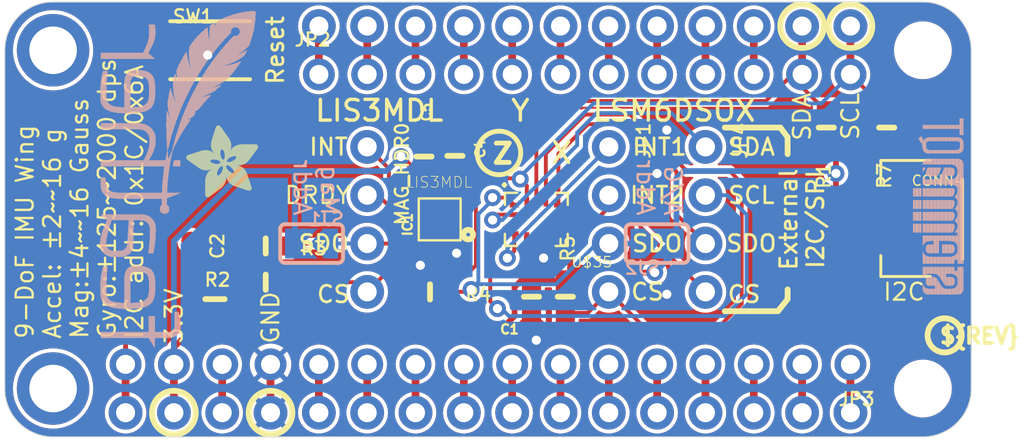
<source format=kicad_pcb>
(kicad_pcb (version 20221018) (generator pcbnew)
  (layers (0 "F.Cu" signal) (31 "B.Cu" signal) (34 "B.Paste" user) (35 "F.Paste" user) (36 "B.SilkS" user "B.Silkscreen") (37 "F.SilkS" user "F.Silkscreen") (38 "B.Mask" user) (39 "F.Mask" user) (44 "Edge.Cuts" user))
  (net 0 "")
  (net 1 "GND")
  (net 2 "3.3V")
  (net 3 "SCL")
  (net 4 "SDA")
  (net 5 "INTM")
  (net 6 "DRDY")
  (net 7 "CAP")
  (net 8 "INT1")
  (net 9 "AD_M")
  (net 10 "AD_AG")
  (net 11 "INT2")
  (net 12 "G")
  (net 13 "F")
  (net 14 "B")
  (net 15 "A")
  (net 16 "AREF")
  (net 17 "RESET")
  (net 18 "VBAT")
  (net 19 "EN")
  (net 20 "USB")
  (net 21 "J")
  (net 22 "I")
  (net 23 "C")
  (net 24 "D")
  (net 25 "E")
  (net 26 "SCK")
  (net 27 "MOSI")
  (net 28 "MISO")
  (net 29 "RX")
  (net 30 "TX")
  (net 31 "H")
  (net 32 "K")
  (net 33 "L")
  (net 34 "M")
  (net 35 "N")
  (net 36 "CS_M")
  (net 37 "CS_AG")
  (net 38 "SCL_EX")
  (net 39 "SDA_EX")
  (net 40 "SDO_EX")
  (net 41 "OCS_EX")
  (footprint "working:LGA-14L" (layer "F.Cu") (at 151.0411 105.0036)
    (fp_text reference "U$35" (at 1.81 2.2465) (layer "F.SilkS") (effects (font (size 0.549778 0.549778) (thickness 0.059822)) (justify left)))
    (fp_text value "LSM6DSOX")
    (fp_text user "." (at -2.159 -1.524) (layer "F.SilkS") (effects (font (size 1.63576 1.63576) (thickness 0.14224)) (justify left bottom)))
    (pad "1" smd rect (at -1.1625 -0.75) (size 0.475 0.25) (layers "F.Cu" "F.Paste" "F.Mask") (net 10 "AD_AG"))
    (pad "2" smd rect (at -1.1625 -0.25) (size 0.475 0.25) (layers "F.Cu" "F.Paste" "F.Mask") (net 39 "SDA_EX"))
    (pad "3" smd rect (at -1.1625 0.25) (size 0.475 0.25) (layers "F.Cu" "F.Paste" "F.Mask") (net 38 "SCL_EX"))
    (pad "4" smd rect (at -1.1625 0.75) (size 0.475 0.25) (layers "F.Cu" "F.Paste" "F.Mask") (net 8 "INT1"))
    (pad "5" smd rect (at -0.5 0.9125 90) (size 0.475 0.25) (layers "F.Cu" "F.Paste" "F.Mask") (net 2 "3.3V"))
    (pad "6" smd rect (at 0 0.9125 90) (size 0.475 0.25) (layers "F.Cu" "F.Paste" "F.Mask") (net 1 "GND"))
    (pad "7" smd rect (at 0.5 0.9125 90) (size 0.475 0.25) (layers "F.Cu" "F.Paste" "F.Mask") (net 1 "GND"))
    (pad "8" smd rect (at 1.1625 0.75 180) (size 0.475 0.25) (layers "F.Cu" "F.Paste" "F.Mask") (net 2 "3.3V"))
    (pad "9" smd rect (at 1.1625 0.25 180) (size 0.475 0.25) (layers "F.Cu" "F.Paste" "F.Mask") (net 11 "INT2"))
    (pad "10" smd rect (at 1.1625 -0.25 180) (size 0.475 0.25) (layers "F.Cu" "F.Paste" "F.Mask") (net 41 "OCS_EX"))
    (pad "11" smd rect (at 1.1625 -0.75 180) (size 0.475 0.25) (layers "F.Cu" "F.Paste" "F.Mask") (net 40 "SDO_EX"))
    (pad "12" smd rect (at 0.5 -0.9125 270) (size 0.475 0.25) (layers "F.Cu" "F.Paste" "F.Mask") (net 37 "CS_AG"))
    (pad "13" smd rect (at 0 -0.9125 270) (size 0.475 0.25) (layers "F.Cu" "F.Paste" "F.Mask") (net 3 "SCL"))
    (pad "14" smd rect (at -0.5 -0.9125 270) (size 0.475 0.25) (layers "F.Cu" "F.Paste" "F.Mask") (net 4 "SDA"))
  )
  (footprint "working:0603-NO" (layer "F.Cu") (at 145.4531 108.8136)
    (fp_text reference "R4" (at 1.778 0.127) (layer "F.SilkS") (effects (font (size 0.692831 0.692831) (thickness 0.119969)) (justify left)))
    (fp_text value "10K")
    (pad "1" smd rect (at -0.85 0) (size 1.075 1) (layers "F.Cu" "F.Paste" "F.Mask") (net 1 "GND"))
    (pad "2" smd rect (at 0.85 0) (size 1.075 1) (layers "F.Cu" "F.Paste" "F.Mask") (net 10 "AD_AG"))
  )
  (footprint "working:1X12_ROUND" (layer "F.Cu") (at 153.5811 97.3836)
    (fp_text reference "JP2" (at -15.3162 -1.8288) (layer "F.SilkS") (effects (font (size 0.692831 0.692831) (thickness 0.119969)) (justify left)))
    (fp_text value "")
    (pad "1" thru_hole circle (at -13.97 0 90) (size 1.6764 1.6764) (drill 1) (layers "*.Cu" "*.Mask") (net 18 "VBAT"))
    (pad "2" thru_hole circle (at -11.43 0 90) (size 1.6764 1.6764) (drill 1) (layers "*.Cu" "*.Mask") (net 19 "EN"))
    (pad "3" thru_hole circle (at -8.89 0 90) (size 1.6764 1.6764) (drill 1) (layers "*.Cu" "*.Mask") (net 20 "USB"))
    (pad "4" thru_hole circle (at -6.35 0 90) (size 1.6764 1.6764) (drill 1) (layers "*.Cu" "*.Mask") (net 35 "N"))
    (pad "5" thru_hole circle (at -3.81 0 90) (size 1.6764 1.6764) (drill 1) (layers "*.Cu" "*.Mask") (net 34 "M"))
    (pad "6" thru_hole circle (at -1.27 0 90) (size 1.6764 1.6764) (drill 1) (layers "*.Cu" "*.Mask") (net 33 "L"))
    (pad "7" thru_hole circle (at 1.27 0 90) (size 1.6764 1.6764) (drill 1) (layers "*.Cu" "*.Mask") (net 32 "K"))
    (pad "8" thru_hole circle (at 3.81 0 90) (size 1.6764 1.6764) (drill 1) (layers "*.Cu" "*.Mask") (net 21 "J"))
    (pad "9" thru_hole circle (at 6.35 0 90) (size 1.6764 1.6764) (drill 1) (layers "*.Cu" "*.Mask") (net 22 "I"))
    (pad "10" thru_hole circle (at 8.89 0 90) (size 1.6764 1.6764) (drill 1) (layers "*.Cu" "*.Mask") (net 31 "H"))
    (pad "11" thru_hole circle (at 11.43 0 90) (size 1.6764 1.6764) (drill 1) (layers "*.Cu" "*.Mask") (net 3 "SCL"))
    (pad "12" thru_hole circle (at 13.97 0 90) (size 1.6764 1.6764) (drill 1) (layers "*.Cu" "*.Mask") (net 4 "SDA"))
  )
  (footprint "working:JST_SH4" (layer "F.Cu") (at 171.3611 105.0036 90)
    (fp_text reference "CONN4" (at 2.0375 2.187) (layer "F.SilkS") (effects (font (size 0.534822 0.534822) (thickness 0.074778)) (justify right)))
    (fp_text value "STEMMA_I2C_QT" hide)
    (pad "1" smd rect (at -1.5 -2.514 180) (size 1.55 0.6) (layers "F.Cu" "F.Paste" "F.Mask") (net 1 "GND"))
    (pad "2" smd rect (at -0.5 -2.514 180) (size 1.55 0.6) (layers "F.Cu" "F.Paste" "F.Mask") (net 2 "3.3V"))
    (pad "3" smd rect (at 0.5 -2.514 180) (size 1.55 0.6) (layers "F.Cu" "F.Paste" "F.Mask") (net 4 "SDA"))
    (pad "4" smd rect (at 1.5 -2.514 180) (size 1.55 0.6) (layers "F.Cu" "F.Paste" "F.Mask") (net 3 "SCL"))
    (pad "MT1" smd rect (at -2.8 1.386 180) (size 1.8 1.2) (layers "F.Cu" "F.Paste" "F.Mask") (net 1 "GND"))
    (pad "MT2" smd rect (at 2.8 1.386 180) (size 1.8 1.2) (layers "F.Cu" "F.Paste" "F.Mask") (net 1 "GND"))
  )
  (footprint "working:0603-NO" (layer "F.Cu") (at 166.2811 100.1776 -90)
    (fp_text reference "R1" (at 1.778 0.127 90) (layer "F.SilkS") (effects (font (size 0.692831 0.692831) (thickness 0.119969)) (justify right)))
    (fp_text value "10K")
    (pad "1" smd rect (at -0.85 0 270) (size 1.075 1) (layers "F.Cu" "F.Paste" "F.Mask") (net 3 "SCL"))
    (pad "2" smd rect (at 0.85 0 270) (size 1.075 1) (layers "F.Cu" "F.Paste" "F.Mask") (net 2 "3.3V"))
  )
  (footprint "working:0603-NO" (layer "F.Cu") (at 146.7612 101.6635 90)
    (fp_text reference "C4" (at -0.1905 1.3335 90) (layer "F.SilkS") (effects (font (size 0.489631 0.489631) (thickness 0.119969)) (justify left)))
    (fp_text value "0.1uF")
    (pad "1" smd rect (at -0.85 0 90) (size 1.075 1) (layers "F.Cu" "F.Paste" "F.Mask") (net 7 "CAP"))
    (pad "2" smd rect (at 0.85 0 90) (size 1.075 1) (layers "F.Cu" "F.Paste" "F.Mask") (net 1 "GND"))
  )
  (footprint "working:0603-NO" (layer "F.Cu") (at 136.8171 108.3056 180)
    (fp_text reference "R2" (at 1.778 0.127) (layer "F.SilkS") (effects (font (size 0.692831 0.692831) (thickness 0.119969)) (justify right)))
    (fp_text value "10K")
    (pad "1" smd rect (at -0.85 0 180) (size 1.075 1) (layers "F.Cu" "F.Paste" "F.Mask") (net 36 "CS_M"))
    (pad "2" smd rect (at 0.85 0 180) (size 1.075 1) (layers "F.Cu" "F.Paste" "F.Mask") (net 2 "3.3V"))
  )
  (footprint "working:0805-NO" (layer "F.Cu") (at 134.1501 109.1946 90)
    (fp_text reference "C2" (at 2.032 0.127 90) (layer "F.SilkS") (effects (font (size 0.692831 0.692831) (thickness 0.119969)) (justify left)))
    (fp_text value "10uF")
    (pad "1" smd rect (at -0.95 0 90) (size 1.24 1.5) (layers "F.Cu" "F.Paste" "F.Mask") (net 2 "3.3V"))
    (pad "2" smd rect (at 0.95 0 90) (size 1.24 1.5) (layers "F.Cu" "F.Paste" "F.Mask") (net 1 "GND"))
  )
  (footprint "working:FIDUCIAL_1MM" (layer "F.Cu") (at 132.8801 106.1466)
    (fp_text reference "FID1" hide)
    (fp_text value "FIDUCIAL_1MM" hide)
    (pad "1" smd roundrect (at 0 0) (size 1 1) (layers "F.Cu" "F.Mask") (roundrect_rratio 0.5))
  )
  (footprint "working:0603-NO" (layer "F.Cu") (at 152.5651 109.0676 90)
    (fp_text reference "R5" (at 1.778 0.127 90) (layer "F.SilkS") (effects (font (size 0.692831 0.692831) (thickness 0.119969)) (justify left)))
    (fp_text value "10K")
    (pad "1" smd rect (at -0.85 0 90) (size 1.075 1) (layers "F.Cu" "F.Paste" "F.Mask") (net 37 "CS_AG"))
    (pad "2" smd rect (at 0.85 0 90) (size 1.075 1) (layers "F.Cu" "F.Paste" "F.Mask") (net 2 "3.3V"))
  )
  (footprint "working:PCBFEAT-REV-040" (layer "F.Cu") (at 172.5041 111.0996)
    (fp_text reference "U$51" hide)
    (fp_text value "" hide)
    (fp_text user "${REV}" (at -0.3556 0.508) (layer "F.SilkS") (effects (font (size 0.8128 0.8128) (thickness 0.2032)) (justify left bottom)))
  )
  (footprint "working:LGA12_2X2MM" (layer "F.Cu") (at 145.9611 105.0036 180)
    (fp_text reference "IC1" (at 1.6845 0.4015 90) (layer "F.SilkS") (effects (font (size 0.489631 0.489631) (thickness 0.119969)) (justify right)))
    (fp_text value "LIS3MDL" (at -1.735 1.954) (layer "F.SilkS") (effects (font (size 0.573024 0.573024) (thickness 0.036576)) (justify right)))
    (pad "1" smd rect (at -0.75 -0.75 180) (size 0.275 0.25) (layers "F.Cu" "F.Paste" "F.Mask") (net 3 "SCL"))
    (pad "2" smd rect (at -0.75 -0.25 180) (size 0.275 0.25) (layers "F.Cu" "F.Paste" "F.Mask") (net 1 "GND"))
    (pad "3" smd rect (at -0.75 0.25 180) (size 0.275 0.25) (layers "F.Cu" "F.Paste" "F.Mask") (net 1 "GND"))
    (pad "4" smd rect (at -0.75 0.75 180) (size 0.275 0.25) (layers "F.Cu" "F.Paste" "F.Mask") (net 7 "CAP"))
    (pad "5" smd rect (at -0.25 0.75 270) (size 0.275 0.25) (layers "F.Cu" "F.Paste" "F.Mask") (net 2 "3.3V"))
    (pad "6" smd rect (at 0.25 0.75 270) (size 0.275 0.25) (layers "F.Cu" "F.Paste" "F.Mask") (net 2 "3.3V"))
    (pad "7" smd rect (at 0.75 0.75) (size 0.275 0.25) (layers "F.Cu" "F.Paste" "F.Mask") (net 5 "INTM"))
    (pad "8" smd rect (at 0.75 0.25) (size 0.275 0.25) (layers "F.Cu" "F.Paste" "F.Mask") (net 6 "DRDY"))
    (pad "9" smd rect (at 0.75 -0.25) (size 0.275 0.25) (layers "F.Cu" "F.Paste" "F.Mask") (net 9 "AD_M"))
    (pad "10" smd rect (at 0.75 -0.75) (size 0.275 0.25) (layers "F.Cu" "F.Paste" "F.Mask") (net 36 "CS_M"))
    (pad "11" smd rect (at 0.25 -0.75 90) (size 0.275 0.25) (layers "F.Cu" "F.Paste" "F.Mask") (net 4 "SDA"))
    (pad "12" smd rect (at -0.25 -0.75 90) (size 0.275 0.25) (layers "F.Cu" "F.Paste" "F.Mask") (net 1 "GND"))
  )
  (footprint "working:0603-NO" (layer "F.Cu") (at 169.4561 100.1776 -90)
    (fp_text reference "R7" (at 1.778 0.127 90) (layer "F.SilkS") (effects (font (size 0.692831 0.692831) (thickness 0.119969)) (justify right)))
    (fp_text value "10K")
    (pad "1" smd rect (at -0.85 0 270) (size 1.075 1) (layers "F.Cu" "F.Paste" "F.Mask") (net 4 "SDA"))
    (pad "2" smd rect (at 0.85 0 270) (size 1.075 1) (layers "F.Cu" "F.Paste" "F.Mask") (net 2 "3.3V"))
  )
  (footprint "working:BTN_KMR2_4.6X2.8" (layer "F.Cu") (at 133.8961 96.1136)
    (fp_text reference "SW1" (at -2.032 -1.778) (layer "F.SilkS") (effects (font (size 0.692831 0.692831) (thickness 0.119969)) (justify left)))
    (fp_text value "KMR2")
    (pad "A" smd rect (at 2.05 -0.8) (size 0.9 0.9) (layers "F.Cu" "F.Paste" "F.Mask") (net 17 "RESET"))
    (pad "A'" smd rect (at -2.05 -0.8) (size 0.9 0.9) (layers "F.Cu" "F.Paste" "F.Mask") (net 17 "RESET"))
    (pad "B" smd rect (at 2.05 0.8) (size 0.9 0.9) (layers "F.Cu" "F.Paste" "F.Mask") (net 1 "GND"))
    (pad "B'" smd rect (at -2.05 0.8) (size 0.9 0.9) (layers "F.Cu" "F.Paste" "F.Mask") (net 1 "GND"))
  )
  (footprint "working:1X04_ROUND" (layer "F.Cu") (at 159.9311 105.0036 -90)
    (fp_text reference "JP4" (at -5.1562 -1.8288 90) (layer "F.SilkS") (effects (font (size 0.692831 0.692831) (thickness 0.119969)) (justify right)))
    (fp_text value "")
    (pad "1" thru_hole circle (at -3.81 0) (size 1.778 1.778) (drill 1) (layers "*.Cu" "*.Mask") (net 39 "SDA_EX"))
    (pad "2" thru_hole circle (at -1.27 0) (size 1.778 1.778) (drill 1) (layers "*.Cu" "*.Mask") (net 38 "SCL_EX"))
    (pad "3" thru_hole circle (at 1.27 0) (size 1.778 1.778) (drill 1) (layers "*.Cu" "*.Mask") (net 40 "SDO_EX"))
    (pad "4" thru_hole circle (at 3.81 0) (size 1.778 1.778) (drill 1) (layers "*.Cu" "*.Mask") (net 41 "OCS_EX"))
  )
  (footprint "working:FEATHERWING" (layer "F.Cu") (at 123.1011 116.4336)
    (fp_text reference "MS1" hide)
    (fp_text value "FEATHERWING" hide)
    (fp_line (start 0 -20.32) (end 0 -2.54) (stroke (width 0.05)) (layer "Edge.Cuts"))
    (fp_line (start 2.54 0) (end 48.26 0) (stroke (width 0.05)) (layer "Edge.Cuts"))
    (fp_line (start 48.26 -22.86) (end 2.54 -22.86) (stroke (width 0.05)) (layer "Edge.Cuts"))
    (fp_line (start 50.8 -2.54) (end 50.8 -20.32) (stroke (width 0.05)) (layer "Edge.Cuts"))
    (fp_arc (start 0 -20.32) (mid 0.743949 -22.116051) (end 2.54 -22.86) (stroke (width 0.05)) (layer "Edge.Cuts"))
    (fp_arc (start 2.54 0) (mid 0.743949 -0.743949) (end 0 -2.54) (stroke (width 0.05)) (layer "Edge.Cuts"))
    (fp_arc (start 48.26 -22.86) (mid 50.056051 -22.116051) (end 50.8 -20.32) (stroke (width 0.05)) (layer "Edge.Cuts"))
    (fp_arc (start 50.8 -2.54) (mid 50.056051 -0.743949) (end 48.26 0) (stroke (width 0.05)) (layer "Edge.Cuts"))
    (pad "" np_thru_hole circle (at 48.26 -20.32) (size 2.54 2.54) (drill 2.54) (layers "*.Cu" "*.Mask"))
    (pad "" np_thru_hole circle (at 48.26 -2.54) (size 2.54 2.54) (drill 2.54) (layers "*.Cu" "*.Mask"))
    (pad "1" thru_hole circle (at 6.35 -1.27) (size 1.778 1.778) (drill 1) (layers "*.Cu" "*.Mask") (net 17 "RESET"))
    (pad "2" thru_hole circle (at 8.89 -1.27) (size 1.778 1.778) (drill 1) (layers "*.Cu" "*.Mask") (net 2 "3.3V"))
    (pad "3" thru_hole circle (at 11.43 -1.27) (size 1.778 1.778) (drill 1) (layers "*.Cu" "*.Mask") (net 16 "AREF"))
    (pad "4" thru_hole circle (at 13.97 -1.27) (size 1.778 1.778) (drill 1) (layers "*.Cu" "*.Mask") (net 1 "GND"))
    (pad "5" thru_hole circle (at 16.51 -1.27) (size 1.778 1.778) (drill 1) (layers "*.Cu" "*.Mask") (net 15 "A"))
    (pad "6" thru_hole circle (at 19.05 -1.27) (size 1.778 1.778) (drill 1) (layers "*.Cu" "*.Mask") (net 14 "B"))
    (pad "7" thru_hole circle (at 21.59 -1.27) (size 1.778 1.778) (drill 1) (layers "*.Cu" "*.Mask") (net 23 "C"))
    (pad "8" thru_hole circle (at 24.13 -1.27) (size 1.778 1.778) (drill 1) (layers "*.Cu" "*.Mask") (net 24 "D"))
    (pad "9" thru_hole circle (at 26.67 -1.27) (size 1.778 1.778) (drill 1) (layers "*.Cu" "*.Mask") (net 25 "E"))
    (pad "10" thru_hole circle (at 29.21 -1.27) (size 1.778 1.778) (drill 1) (layers "*.Cu" "*.Mask") (net 13 "F"))
    (pad "11" thru_hole circle (at 31.75 -1.27) (size 1.778 1.778) (drill 1) (layers "*.Cu" "*.Mask") (net 26 "SCK"))
    (pad "12" thru_hole circle (at 34.29 -1.27) (size 1.778 1.778) (drill 1) (layers "*.Cu" "*.Mask") (net 27 "MOSI"))
    (pad "13" thru_hole circle (at 36.83 -1.27) (size 1.778 1.778) (drill 1) (layers "*.Cu" "*.Mask") (net 28 "MISO"))
    (pad "14" thru_hole circle (at 39.37 -1.27) (size 1.778 1.778) (drill 1) (layers "*.Cu" "*.Mask") (net 29 "RX"))
    (pad "15" thru_hole circle (at 41.91 -1.27) (size 1.778 1.778) (drill 1) (layers "*.Cu" "*.Mask") (net 30 "TX"))
    (pad "16" thru_hole circle (at 44.45 -1.27) (size 1.778 1.778) (drill 1) (layers "*.Cu" "*.Mask") (net 12 "G"))
    (pad "17" thru_hole circle (at 44.45 -21.59) (size 1.778 1.778) (drill 1) (layers "*.Cu" "*.Mask") (net 4 "SDA"))
    (pad "18" thru_hole circle (at 41.91 -21.59) (size 1.778 1.778) (drill 1) (layers "*.Cu" "*.Mask") (net 3 "SCL"))
    (pad "19" thru_hole circle (at 39.37 -21.59) (size 1.778 1.778) (drill 1) (layers "*.Cu" "*.Mask") (net 31 "H"))
    (pad "20" thru_hole circle (at 36.83 -21.59) (size 1.778 1.778) (drill 1) (layers "*.Cu" "*.Mask") (net 22 "I"))
    (pad "21" thru_hole circle (at 34.29 -21.59) (size 1.778 1.778) (drill 1) (layers "*.Cu" "*.Mask") (net 21 "J"))
    (pad "22" thru_hole circle (at 31.75 -21.59) (size 1.778 1.778) (drill 1) (layers "*.Cu" "*.Mask") (net 32 "K"))
    (pad "23" thru_hole circle (at 29.21 -21.59) (size 1.778 1.778) (drill 1) (layers "*.Cu" "*.Mask") (net 33 "L"))
    (pad "24" thru_hole circle (at 26.67 -21.59) (size 1.778 1.778) (drill 1) (layers "*.Cu" "*.Mask") (net 34 "M"))
    (pad "25" thru_hole circle (at 24.13 -21.59) (size 1.778 1.778) (drill 1) (layers "*.Cu" "*.Mask") (net 35 "N"))
    (pad "26" thru_hole circle (at 21.59 -21.59) (size 1.778 1.778) (drill 1) (layers "*.Cu" "*.Mask") (net 20 "USB"))
    (pad "27" thru_hole circle (at 19.05 -21.59) (size 1.778 1.778) (drill 1) (layers "*.Cu" "*.Mask") (net 19 "EN"))
    (pad "28" thru_hole circle (at 16.51 -21.59) (size 1.778 1.778) (drill 1) (layers "*.Cu" "*.Mask") (net 18 "VBAT"))
    (pad "P$1" thru_hole circle (at 2.54 -20.32) (size 3.81 3.81) (drill 2.5) (layers "*.Cu" "*.Mask"))
    (pad "P$2" thru_hole circle (at 2.54 -2.54) (size 3.81 3.81) (drill 2.5) (layers "*.Cu" "*.Mask"))
  )
  (footprint "working:FIDUCIAL_1MM" (layer "F.Cu") (at 173.0121 98.3996)
    (fp_text reference "FID2" hide)
    (fp_text value "FIDUCIAL_1MM" hide)
    (pad "1" smd roundrect (at 0 0) (size 1 1) (layers "F.Cu" "F.Mask") (roundrect_rratio 0.5))
  )
  (footprint "working:ADAFRUIT_3.5MM" (layer "F.Cu") (at 136.4361 103.8606 90)
    (fp_text reference "U$50" hide)
    (fp_text value "" hide)
  )
  (footprint "working:0603-NO" (layer "F.Cu") (at 136.8171 106.4006)
    (fp_text reference "R3" (at 1.778 0.127) (layer "F.SilkS") (effects (font (size 0.692831 0.692831) (thickness 0.119969)) (justify left)))
    (fp_text value "10K")
    (pad "1" smd rect (at -0.85 0) (size 1.075 1) (layers "F.Cu" "F.Paste" "F.Mask") (net 1 "GND"))
    (pad "2" smd rect (at 0.85 0) (size 1.075 1) (layers "F.Cu" "F.Paste" "F.Mask") (net 9 "AD_M"))
  )
  (footprint "working:0603-NO" (layer "F.Cu") (at 150.7871 109.0676 -90)
    (fp_text reference "C1" (at 1.7145 1.7145) (layer "F.SilkS") (effects (font (size 0.489631 0.489631) (thickness 0.119969)) (justify left)))
    (fp_text value "0.1uF")
    (pad "1" smd rect (at -0.85 0 270) (size 1.075 1) (layers "F.Cu" "F.Paste" "F.Mask") (net 2 "3.3V"))
    (pad "2" smd rect (at 0.85 0 270) (size 1.075 1) (layers "F.Cu" "F.Paste" "F.Mask") (net 1 "GND"))
  )
  (footprint "working:1X04_ROUND" (layer "F.Cu") (at 154.8511 105.0036 -90)
    (fp_text reference "JP1" (at -5.1562 -1.8288 90) (layer "F.SilkS") (effects (font (size 0.692831 0.692831) (thickness 0.119969)) (justify right)))
    (fp_text value "")
    (pad "1" thru_hole circle (at -3.81 0) (size 1.778 1.778) (drill 1) (layers "*.Cu" "*.Mask") (net 8 "INT1"))
    (pad "2" thru_hole circle (at -1.27 0) (size 1.778 1.778) (drill 1) (layers "*.Cu" "*.Mask") (net 11 "INT2"))
    (pad "3" thru_hole circle (at 1.27 0) (size 1.778 1.778) (drill 1) (layers "*.Cu" "*.Mask") (net 10 "AD_AG"))
    (pad "4" thru_hole circle (at 3.81 0) (size 1.778 1.778) (drill 1) (layers "*.Cu" "*.Mask") (net 37 "CS_AG"))
  )
  (footprint "working:1X04_ROUND" (layer "F.Cu") (at 142.1511 105.0036 -90)
    (fp_text reference "MAG_HDR0" (at -5.1562 -1.8288 90) (layer "F.SilkS") (effects (font (size 0.692831 0.692831) (thickness 0.119969)) (justify right)))
    (fp_text value "")
    (pad "1" thru_hole circle (at -3.81 0) (size 1.778 1.778) (drill 1) (layers "*.Cu" "*.Mask") (net 5 "INTM"))
    (pad "2" thru_hole circle (at -1.27 0) (size 1.778 1.778) (drill 1) (layers "*.Cu" "*.Mask") (net 6 "DRDY"))
    (pad "3" thru_hole circle (at 1.27 0) (size 1.778 1.778) (drill 1) (layers "*.Cu" "*.Mask") (net 9 "AD_M"))
    (pad "4" thru_hole circle (at 3.81 0) (size 1.778 1.778) (drill 1) (layers "*.Cu" "*.Mask") (net 36 "CS_M"))
  )
  (footprint "working:0603-NO" (layer "F.Cu") (at 145.1356 101.7016 90)
    (fp_text reference "C5" (at 1.778 0.127 90) (layer "F.SilkS") (effects (font (size 0.489631 0.489631) (thickness 0.119969)) (justify left)))
    (fp_text value "1uF")
    (pad "1" smd rect (at -0.85 0 90) (size 1.075 1) (layers "F.Cu" "F.Paste" "F.Mask") (net 2 "3.3V"))
    (pad "2" smd rect (at 0.85 0 90) (size 1.075 1) (layers "F.Cu" "F.Paste" "F.Mask") (net 1 "GND"))
  )
  (footprint "working:1X16_ROUND" (layer "F.Cu") (at 148.5011 112.6236 180)
    (fp_text reference "JP3" (at -20.3962 -1.8288) (layer "F.SilkS") (effects (font (size 0.692831 0.692831) (thickness 0.119969)) (justify right)))
    (fp_text value "")
    (pad "1" thru_hole circle (at -19.05 0 270) (size 1.6764 1.6764) (drill 1) (layers "*.Cu" "*.Mask") (net 12 "G"))
    (pad "2" thru_hole circle (at -16.51 0 270) (size 1.6764 1.6764) (drill 1) (layers "*.Cu" "*.Mask") (net 30 "TX"))
    (pad "3" thru_hole circle (at -13.97 0 270) (size 1.6764 1.6764) (drill 1) (layers "*.Cu" "*.Mask") (net 29 "RX"))
    (pad "4" thru_hole circle (at -11.43 0 270) (size 1.6764 1.6764) (drill 1) (layers "*.Cu" "*.Mask") (net 28 "MISO"))
    (pad "5" thru_hole circle (at -8.89 0 270) (size 1.6764 1.6764) (drill 1) (layers "*.Cu" "*.Mask") (net 27 "MOSI"))
    (pad "6" thru_hole circle (at -6.35 0 270) (size 1.6764 1.6764) (drill 1) (layers "*.Cu" "*.Mask") (net 26 "SCK"))
    (pad "7" thru_hole circle (at -3.81 0 270) (size 1.6764 1.6764) (drill 1) (layers "*.Cu" "*.Mask") (net 13 "F"))
    (pad "8" thru_hole circle (at -1.27 0 270) (size 1.6764 1.6764) (drill 1) (layers "*.Cu" "*.Mask") (net 25 "E"))
    (pad "9" thru_hole circle (at 1.27 0 270) (size 1.6764 1.6764) (drill 1) (layers "*.Cu" "*.Mask") (net 24 "D"))
    (pad "10" thru_hole circle (at 3.81 0 270) (size 1.6764 1.6764) (drill 1) (layers "*.Cu" "*.Mask") (net 23 "C"))
    (pad "11" thru_hole circle (at 6.35 0 270) (size 1.6764 1.6764) (drill 1) (layers "*.Cu" "*.Mask") (net 14 "B"))
    (pad "12" thru_hole circle (at 8.89 0 270) (size 1.6764 1.6764) (drill 1) (layers "*.Cu" "*.Mask") (net 15 "A"))
    (pad "13" thru_hole circle (at 11.43 0 270) (size 1.6764 1.6764) (drill 1) (layers "*.Cu" "*.Mask") (net 1 "GND"))
    (pad "14" thru_hole circle (at 13.97 0 270) (size 1.6764 1.6764) (drill 1) (layers "*.Cu" "*.Mask") (net 16 "AREF"))
    (pad "15" thru_hole circle (at 16.51 0 270) (size 1.6764 1.6764) (drill 1) (layers "*.Cu" "*.Mask") (net 2 "3.3V"))
    (pad "16" thru_hole circle (at 19.05 0 270) (size 1.6764 1.6764) (drill 1) (layers "*.Cu" "*.Mask") (net 17 "RESET"))
  )
  (footprint "working:SOLDERJUMPER_ARROW_NOPASTE" (layer "B.Cu") (at 139.2301 106.2736 180)
    (fp_text reference "SJ1" (at -1.778 1.27) (layer "B.SilkS") (effects (font (size 0.692831 0.692831) (thickness 0.119969)) (justify left mirror)))
    (fp_text value "")
    (fp_poly (pts (xy 0.106121 -0.002663) (xy -0.679416 -0.7882) (xy -1.3946 -0.7882) (xy -1.3946 0.7882) (xy -0.62715 0.7882)) (fill solid) (layer "B.Cu"))
    (fp_poly (pts (xy 1.3946 -0.7882) (xy -0.315893 -0.7882) (xy 0.443148 0) (xy -0.315893 0.7882) (xy 1.3946 0.7882)) (fill solid) (layer "B.Cu"))
    (pad "1" smd roundrect (at -1.016 0 180) (size 0.762 1.524) (layers "B.Cu") (net 9 "AD_M"))
    (pad "2" smd roundrect (at 1.016 0 180) (size 0.762 1.524) (layers "B.Cu") (net 2 "3.3V"))
  )
  (footprint "working:SOLDERJUMPER_ARROW_NOPASTE" (layer "B.Cu") (at 157.3911 106.2736)
    (fp_text reference "SJ2" (at -1.778 1.27) (layer "B.SilkS") (effects (font (size 0.692831 0.692831) (thickness 0.119969)) (justify right mirror)))
    (fp_text value "")
    (fp_poly (pts (xy 0.106121 -0.002663) (xy -0.679416 -0.7882) (xy -1.3946 -0.7882) (xy -1.3946 0.7882) (xy -0.62715 0.7882)) (fill solid) (layer "B.Cu"))
    (fp_poly (pts (xy 1.3946 -0.7882) (xy -0.315893 -0.7882) (xy 0.443148 0) (xy -0.315893 0.7882) (xy 1.3946 0.7882)) (fill solid) (layer "B.Cu"))
    (pad "1" smd roundrect (at -1.016 0) (size 0.762 1.524) (layers "B.Cu") (net 10 "AD_AG"))
    (pad "2" smd roundrect (at 1.016 0) (size 0.762 1.524) (layers "B.Cu") (net 2 "3.3V"))
  )
  (footprint "working:STEMMAQT" (layer "B.Cu") (at 170.8531 108.9406 90)
    (fp_text reference "U$31" hide)
    (fp_text value "" hide)
  )
  (footprint "working:FEATHERLOGO_MED" (layer "B.Cu") (at 128.0541 111.8616 90)
    (fp_text reference "U$13" hide)
    (fp_text value "" hide)
  )
  (gr_line (start 163.7411 109.8296) (end 164.2491 109.1946) (stroke (width 0.3048)) (layer "F.SilkS"))
  (gr_line (start 164.2491 109.1946) (end 164.2491 108.6866) (stroke (width 0.3048)) (layer "F.SilkS"))
  (gr_arc (start 149.0766 102.6551) (mid 148.268377 102.320323) (end 147.9336 101.5121) (stroke (width 0.254)) (layer "F.SilkS"))
  (gr_line (start 164.2491 100.6856) (end 163.8681 100.1776) (stroke (width 0.3048)) (layer "F.SilkS"))
  (gr_line (start 163.8681 100.1776) (end 160.9471 100.1776) (stroke (width 0.3048)) (layer "F.SilkS"))
  (gr_arc (start 149.0766 100.3691) (mid 149.890688 100.698014) (end 150.2196 101.512102) (stroke (width 0.254)) (layer "F.SilkS"))
  (gr_circle (center 165.0111 94.8436) (end 166.161131 94.8436) (stroke (width 0.3048)) (fill none) (layer "F.SilkS"))
  (gr_circle (center 137.0711 115.1636) (end 138.221131 115.1636) (stroke (width 0.3048)) (fill none) (layer "F.SilkS"))
  (gr_circle (center 131.9911 115.1636) (end 133.141131 115.1636) (stroke (width 0.3048)) (fill none) (layer "F.SilkS"))
  (gr_circle (center 167.5511 94.8436) (end 168.701131 94.8436) (stroke (width 0.3048)) (fill none) (layer "F.SilkS"))
  (gr_arc (start 147.9336 101.5121) (mid 148.268377 100.703877) (end 149.0766 100.3691) (stroke (width 0.254)) (layer "F.SilkS"))
  (gr_line (start 164.2491 101.5746) (end 164.2491 100.6856) (stroke (width 0.3048)) (layer "F.SilkS"))
  (gr_arc (start 150.2196 101.5121) (mid 149.884823 102.320323) (end 149.0766 102.6551) (stroke (width 0.254)) (layer "F.SilkS"))
  (gr_line (start 160.9471 109.8296) (end 163.7411 109.8296) (stroke (width 0.3048)) (layer "F.SilkS"))
  (gr_text "A/G\nAddr" (at 156.2481 104.8766 -90) (layer "B.SilkS") (effects (font (size 0.89408 0.89408) (thickness 0.12192)) (justify left bottom mirror)))
  (gr_text "Mag\nAddr" (at 138.2141 104.8766 -90) (layer "B.SilkS") (effects (font (size 0.89408 0.89408) (thickness 0.12192)) (justify left bottom mirror)))
  (gr_text "INT2" (at 157.3911 103.7336) (layer "F.SilkS") (effects (font (size 0.87376 0.87376) (thickness 0.14224))))
  (gr_text "SDO" (at 157.3911 106.2736) (layer "F.SilkS") (effects (font (size 0.87376 0.87376) (thickness 0.14224))))
  (gr_text "SDO" (at 139.8651 106.2736) (layer "F.SilkS") (effects (font (size 0.87376 0.87376) (thickness 0.14224))))
  (gr_text "External\nI2C/SPI" (at 165.0111 105.0036 90) (layer "F.SilkS") (effects (font (size 0.87376 0.87376) (thickness 0.14224))))
  (gr_text "LSM6DSOX" (at 158.2801 99.2886) (layer "F.SilkS") (effects (font (size 1.0922 1.0922) (thickness 0.1778))))
  (gr_text "INT" (at 140.1191 101.1936) (layer "F.SilkS") (effects (font (size 0.87376 0.87376) (thickness 0.14224))))
  (gr_text "Reset" (at 137.3251 96.1136 90) (layer "F.SilkS") (effects (font (size 0.87376 0.87376) (thickness 0.14224))))
  (gr_text "DRDY" (at 139.5476 103.7336) (layer "F.SilkS") (effects (font (size 0.89408 0.89408) (thickness 0.12192))))
  (gr_text "SCL" (at 162.3441 103.7336) (layer "F.SilkS") (effects (font (size 0.87376 0.87376) (thickness 0.14224))))
  (gr_text "I2C" (at 169.2021 108.8136) (layer "F.SilkS") (effects (font (size 0.89408 0.89408) (thickness 0.12192)) (justify left)))
  (gr_text "Z" (at 148.6241 102.1451) (layer "F.SilkS") (effects (font (size 1.016 1.016) (thickness 0.254)) (justify left bottom)))
  (gr_text "CS" (at 140.3731 108.9406) (layer "F.SilkS") (effects (font (size 0.87376 0.87376) (thickness 0.14224))))
  (gr_text "CS" (at 161.9631 108.9406) (layer "F.SilkS") (effects (font (size 0.87376 0.87376) (thickness 0.14224))))
  (gr_text "3.3V" (at 131.9911 111.6076 90) (layer "F.SilkS") (effects (font (size 0.89408 0.89408) (thickness 0.12192)) (justify left)))
  (gr_text "SDA" (at 162.3441 101.1936) (layer "F.SilkS") (effects (font (size 0.87376 0.87376) (thickness 0.14224))))
  (gr_text "SDA" (at 165.0111 98.2726 90) (layer "F.SilkS") (effects (font (size 0.89408 0.89408) (thickness 0.12192)) (justify right)))
  (gr_text "INT1" (at 157.5181 101.1936) (layer "F.SilkS") (effects (font (size 0.87376 0.87376) (thickness 0.14224))))
  (gr_text "CS" (at 156.8831 108.8136) (layer "F.SilkS") (effects (font (size 0.87376 0.87376) (thickness 0.14224))))
  (gr_text "SCL" (at 167.5511 98.2726 90) (layer "F.SilkS") (effects (font (size 0.89408 0.89408) (thickness 0.12192)) (justify right)))
  (gr_text "9-DoF IMU Wing \nAccel: ±2~~16 g\nMag:±4~~16 Gauss\nGyro:±125~~2000 dps\nI2C addr: 0x1C/0x6A" (at 127.0381 111.3536 90) (layer "F.SilkS") (effects (font (size 0.89408 0.89408) (thickness 0.12192)) (justify left)))
  (gr_text "SDO" (at 162.3441 106.2736) (layer "F.SilkS") (effects (font (size 0.87376 0.87376) (thickness 0.14224))))
  (gr_text "LIS3MDL" (at 142.7861 99.2886) (layer "F.SilkS") (effects (font (size 1.0922 1.0922) (thickness 0.1778))))
  (gr_text "GND" (at 137.0711 111.6076 90) (layer "F.SilkS") (effects (font (size 0.89408 0.89408) (thickness 0.12192)) (justify left)))
  (gr_text "Y" (at 150.7871 98.6536) (layer "F.SilkS") (effects (font (size 1.0922 1.0922) (thickness 0.1778)) (justify right top)))
  (gr_text "X" (at 151.7356 102.1451) (layer "F.SilkS") (effects (font (size 1.0922 1.0922) (thickness 0.1778)) (justify left bottom)))
  (segment (start 137.0711 115.1636) (end 137.0711 112.6236) (width 0.4064) (layer "F.Cu") (net 1))
  (via (at 133.7691 96.3676) (size 0.889) (drill 0.4826) (layers "F.Cu" "B.Cu") (net 1))
  (via (at 151.4221 107.0356) (size 0.889) (drill 0.4826) (layers "F.Cu" "B.Cu") (net 1))
  (via (at 144.9451 107.4166) (size 0.889) (drill 0.4826) (layers "F.Cu" "B.Cu") (net 1))
  (via (at 157.8991 100.3046) (size 0.889) (drill 0.4826) (layers "F.Cu" "B.Cu") (net 1))
  (via (at 146.8501 106.7816) (size 0.889) (drill 0.4826) (layers "F.Cu" "B.Cu") (net 1))
  (via (at 157.3911 102.5906) (size 0.889) (drill 0.4826) (layers "F.Cu" "B.Cu") (net 1))
  (via (at 151.0411 111.3536) (size 0.889) (drill 0.4826) (layers "F.Cu" "B.Cu") (net 1))
  (via (at 157.8991 108.9406) (size 0.889) (drill 0.4826) (layers "F.Cu" "B.Cu") (net 1))
  (segment (start 145.9611 103.7336) (end 145.1991 102.9716) (width 0.3048) (layer "F.Cu") (net 2))
  (segment (start 150.2596 108.1981) (end 150.7676 108.1981) (width 0.3048) (layer "F.Cu") (net 2))
  (segment (start 133.1341 110.5916) (end 131.9911 111.7346) (width 0.3048) (layer "F.Cu") (net 2))
  (segment (start 152.2036 105.7536) (end 152.8191 106.3691) (width 0.3048) (layer "F.Cu") (net 2))
  (segment (start 135.9671 110.4256) (end 135.8011 110.5916) (width 0.3048) (layer "F.Cu") (net 2))
  (segment (start 134.1501 110.5916) (end 133.1341 110.5916) (width 0.3048) (layer "F.Cu") (net 2))
  (segment (start 145.1991 102.6151) (end 145.1991 102.9716) (width 0.3048) (layer "F.Cu") (net 2))
  (segment (start 146.2111 104.2536) (end 145.9611 104.2536) (width 0.3048) (layer "F.Cu") (net 2))
  (segment (start 166.2811 101.0276) (end 166.7891 101.5356) (width 0.3048) (layer "F.Cu") (net 2))
  (segment (start 150.7871 108.2176) (end 150.7676 108.1981) (width 0.3048) (layer "F.Cu") (net 2))
  (segment (start 134.1501 110.1446) (end 134.1501 110.5916) (width 0.3048) (layer "F.Cu") (net 2))
  (segment (start 145.1356 102.5516) (end 145.1991 102.6151) (width 0.3048) (layer "F.Cu") (net 2))
  (segment (start 145.1991 102.9716) (end 145.0721 102.8446) (width 0.3048) (layer "F.Cu") (net 2))
  (segment (start 149.8981 110.0836) (end 149.8981 108.5596) (width 0.3048) (layer "F.Cu") (net 2))
  (segment (start 135.8011 110.5916) (end 149.3901 110.5916) (width 0.3048) (layer "F.Cu") (net 2))
  (segment (start 131.9911 111.7346) (end 131.9911 112.6236) (width 0.3048) (layer "F.Cu") (net 2))
  (segment (start 150.5331 107.9636) (end 150.5331 106.9086) (width 0.3048) (layer "F.Cu") (net 2))
  (segment (start 150.7871 108.2176) (end 152.5651 108.2176) (width 0.3048) (layer "F.Cu") (net 2))
  (segment (start 152.8191 106.3691) (end 152.8191 107.9636) (width 0.3048) (layer "F.Cu") (net 2))
  (segment (start 156.1211 107.7976) (end 155.8671 107.5436) (width 0.3048) (layer "F.Cu") (net 2))
  (segment (start 168.8471 105.5036) (end 168.0511 105.5036) (width 0.3048) (layer "F.Cu") (net 2))
  (segment (start 150.5331 106.9086) (end 150.5411 106.9006) (width 0.3048) (layer "F.Cu") (net 2))
  (segment (start 145.0721 102.8446) (end 143.9291 101.7016) (width 0.3048) (layer "F.Cu") (net 2))
  (segment (start 149.8981 108.5596) (end 150.2596 108.1981) (width 0.3048) (layer "F.Cu") (net 2))
  (segment (start 145.0721 102.6151) (end 145.0721 102.8446) (width 0.3048) (layer "F.Cu") (net 2))
  (segment (start 166.7891 101.5356) (end 166.7891 102.5906) (width 0.3048) (layer "F.Cu") (net 2))
  (segment (start 150.5411 105.9161) (end 150.5411 106.9006) (width 0.3048) (layer "F.Cu") (net 2))
  (segment (start 152.8191 107.9636) (end 152.5651 108.2176) (width 0.3048) (layer "F.Cu") (net 2))
  (segment (start 168.0511 105.5036) (end 166.7891 104.2416) (width 0.3048) (layer "F.Cu") (net 2))
  (segment (start 135.9671 108.3056) (end 135.9671 110.4256) (width 0.3048) (layer "F.Cu") (net 2))
  (segment (start 153.2391 107.5436) (end 152.8191 107.9636) (width 0.3048) (layer "F.Cu") (net 2))
  (segment (start 155.8671 107.5436) (end 153.2391 107.5436) (width 0.3048) (layer "F.Cu") (net 2))
  (segment (start 166.7891 104.2416) (end 166.7891 102.5906) (width 0.3048) (layer "F.Cu") (net 2))
  (segment (start 145.9611 104.2536) (end 145.9611 103.7336) (width 0.3048) (layer "F.Cu") (net 2))
  (segment (start 131.9911 115.1636) (end 131.9911 112.6236) (width 0.4064) (layer "F.Cu") (net 2))
  (segment (start 149.3901 110.5916) (end 149.8981 110.0836) (width 0.3048) (layer "F.Cu") (net 2))
  (segment (start 169.4561 101.0276) (end 166.2811 101.0276) (width 0.3048) (layer "F.Cu") (net 2))
  (segment (start 156.1211 107.7976) (end 157.2641 107.7976) (width 0.3048) (layer "F.Cu") (net 2))
  (segment (start 145.9611 104.2536) (end 145.7111 104.2536) (width 0.3048) (layer "F.Cu") (net 2))
  (segment (start 145.1356 102.5516) (end 145.0721 102.6151) (width 0.3048) (layer "F.Cu") (net 2))
  (segment (start 135.8011 110.5916) (end 134.1501 110.5916) (width 0.3048) (layer "F.Cu") (net 2))
  (segment (start 150.7676 108.1981) (end 150.5331 107.9636) (width 0.3048) (layer "F.Cu") (net 2))
  (via (at 143.9291 101.7016) (size 0.889) (drill 0.4826) (layers "F.Cu" "B.Cu") (net 2))
  (via (at 166.7891 102.5906) (size 0.889) (drill 0.4826) (layers "F.Cu" "B.Cu") (net 2))
  (via (at 157.2641 107.7976) (size 0.889) (drill 0.4826) (layers "F.Cu" "B.Cu") (net 2))
  (segment (start 135.6741 102.4636) (end 131.9911 106.1466) (width 0.3048) (layer "B.Cu") (net 2))
  (segment (start 138.3411 102.4636) (end 135.6741 102.4636) (width 0.3048) (layer "B.Cu") (net 2))
  (segment (start 166.6621 102.4636) (end 166.7891 102.5906) (width 0.3048) (layer "B.Cu") (net 2))
  (segment (start 166.6621 102.4636) (end 158.7881 102.4636) (width 0.3048) (layer "B.Cu") (net 2))
  (segment (start 131.9911 106.1466) (end 131.9911 112.6236) (width 0.3048) (layer "B.Cu") (net 2))
  (segment (start 158.4071 102.8446) (end 158.7881 102.4636) (width 0.3048) (layer "B.Cu") (net 2))
  (segment (start 158.4071 106.6546) (end 157.2641 107.7976) (width 0.3048) (layer "B.Cu") (net 2))
  (segment (start 158.4071 106.6546) (end 158.4071 106.2736) (width 0.3048) (layer "B.Cu") (net 2))
  (segment (start 138.3411 102.4636) (end 138.3411 106.1466) (width 0.3048) (layer "B.Cu") (net 2))
  (segment (start 143.1671 102.4636) (end 138.3411 102.4636) (width 0.3048) (layer "B.Cu") (net 2))
  (segment (start 143.9291 101.7016) (end 143.1671 102.4636) (width 0.3048) (layer "B.Cu") (net 2))
  (segment (start 158.4071 106.2736) (end 158.4071 102.8446) (width 0.3048) (layer "B.Cu") (net 2))
  (segment (start 138.3411 106.1466) (end 138.2141 106.2736) (width 0.3048) (layer "B.Cu") (net 2))
  (segment (start 151.0157 101.0666) (end 151.0411 101.0666) (width 0.2032) (layer "F.Cu") (net 3))
  (segment (start 151.0411 104.0911) (end 151.0411 101.0666) (width 0.2032) (layer "F.Cu") (net 3))
  (segment (start 166.2811 99.3276) (end 165.0111 98.0576) (width 0.2032) (layer "F.Cu") (net 3))
  (segment (start 164.5031 97.3836) (end 165.0111 97.3836) (width 0.2032) (layer "F.Cu") (net 3))
  (segment (start 146.9771 105.7656) (end 146.7231 105.7656) (width 0.2032) (layer "F.Cu") (net 3))
  (segment (start 146.7111 105.7536) (end 146.7231 105.7656) (width 0.2032) (layer "F.Cu") (net 3))
  (segment (start 167.1311 100.1776) (end 166.2811 99.3276) (width 0.2032) (layer "F.Cu") (net 3))
  (segment (start 153.3017 98.7806) (end 163.1061 98.7806) (width 0.2032) (layer "F.Cu") (net 3))
  (segment (start 170.0911 100.1776) (end 167.1311 100.1776) (width 0.2032) (layer "F.Cu") (net 3))
  (segment (start 151.0157 101.0666) (end 153.3017 98.7806) (width 0.2032) (layer "F.Cu") (net 3))
  (segment (start 168.8471 103.5036) (end 169.6861 103.5036) (width 0.2032) (layer "F.Cu") (net 3))
  (segment (start 169.6861 103.5036) (end 170.3451 102.8446) (width 0.2032) (layer "F.Cu") (net 3))
  (segment (start 147.2057 105.537) (end 147.2057 103.6066) (width 0.2032) (layer "F.Cu") (net 3))
  (segment (start 149.7457 101.0666) (end 151.0157 101.0666) (width 0.2032) (layer "F.Cu") (net 3))
  (segment (start 170.3451 100.4316) (end 170.0911 100.1776) (width 0.2032) (layer "F.Cu") (net 3))
  (segment (start 164.5031 97.3836) (end 163.1061 98.7806) (width 0.2032) (layer "F.Cu") (net 3))
  (segment (start 170.3451 102.8446) (end 170.3451 100.4316) (width 0.2032) (layer "F.Cu") (net 3))
  (segment (start 147.2057 103.6066) (end 149.7457 101.0666) (width 0.2032) (layer "F.Cu") (net 3))
  (segment (start 146.9771 105.7656) (end 147.2057 105.537) (width 0.2032) (layer "F.Cu") (net 3))
  (segment (start 165.0111 94.8436) (end 165.0111 97.3836) (width 0.4064) (layer "F.Cu") (net 3))
  (segment (start 165.0111 98.0576) (end 165.0111 97.3836) (width 0.2032) (layer "F.Cu") (net 3))
  (segment (start 150.5411 104.0911) (end 150.5411 103.2336) (width 0.2032) (layer "F.Cu") (net 4))
  (segment (start 147.8661 107.4166) (end 147.8661 103.6066) (width 0.2032) (layer "F.Cu") (net 4))
  (segment (start 168.8471 104.5036) (end 169.7021 104.5036) (width 0.2032) (layer "F.Cu") (net 4))
  (segment (start 170.8531 99.9236) (end 170.2571 99.3276) (width 0.2032) (layer "F.Cu") (net 4))
  (segment (start 170.8531 103.3526) (end 170.8531 99.9236) (width 0.2032) (layer "F.Cu") (net 4))
  (segment (start 167.5511 97.3836) (end 169.4561 99.2886) (width 0.2032) (layer "F.Cu") (net 4))
  (segment (start 150.1521 102.8446) (end 148.6281 102.8446) (width 0.2032) (layer "F.Cu") (net 4))
  (segment (start 170.2571 99.3276) (end 169.4561 99.3276) (width 0.2032) (layer "F.Cu") (net 4))
  (segment (start 169.7021 104.5036) (end 170.8531 103.3526) (width 0.2032) (layer "F.Cu") (net 4))
  (segment (start 145.7111 105.7536) (end 145.7111 107.2936) (width 0.2032) (layer "F.Cu") (net 4))
  (segment (start 169.4561 99.2886) (end 169.4561 99.3276) (width 0.2032) (layer "F.Cu") (net 4))
  (segment (start 145.7111 107.2936) (end 146.0881 107.6706) (width 0.2032) (layer "F.Cu") (net 4))
  (segment (start 150.193762 102.886263) (end 150.1521 102.8446) (width 0.2032) (layer "F.Cu") (net 4))
  (segment (start 150.193762 102.886263) (end 150.5411 103.2336) (width 0.2032) (layer "F.Cu") (net 4))
  (segment (start 147.8661 103.6066) (end 148.6281 102.8446) (width 0.2032) (layer "F.Cu") (net 4))
  (segment (start 146.0881 107.6706) (end 147.6121 107.6706) (width 0.2032) (layer "F.Cu") (net 4))
  (segment (start 167.5511 94.8436) (end 167.5511 97.3836) (width 0.4064) (layer "F.Cu") (net 4))
  (segment (start 147.6121 107.6706) (end 147.8661 107.4166) (width 0.2032) (layer "F.Cu") (net 4))
  (via (at 150.193762 102.886263) (size 0.889) (drill 0.4826) (layers "F.Cu" "B.Cu") (net 4))
  (segment (start 166.0271 98.9076) (end 167.5511 97.3836) (width 0.2032) (layer "B.Cu") (net 4))
  (segment (start 150.193762 102.886263) (end 150.193762 102.759263) (width 0.2032) (layer "B.Cu") (net 4))
  (segment (start 154.045425 98.9076) (end 150.193762 102.759263) (width 0.2032) (layer "B.Cu") (net 4))
  (segment (start 154.045425 98.9076) (end 166.0271 98.9076) (width 0.2032) (layer "B.Cu") (net 4))
  (segment (start 144.4491 104.2536) (end 143.2941 103.0986) (width 0.2032) (layer "F.Cu") (net 5))
  (segment (start 145.2111 104.2536) (end 144.4491 104.2536) (width 0.2032) (layer "F.Cu") (net 5))
  (segment (start 143.2941 102.3366) (end 142.1511 101.1936) (width 0.2032) (layer "F.Cu") (net 5))
  (segment (start 143.2941 102.3366) (end 143.2941 103.0986) (width 0.2032) (layer "F.Cu") (net 5))
  (segment (start 142.72755 103.7336) (end 142.1511 103.7336) (width 0.2032) (layer "F.Cu") (net 6))
  (segment (start 143.67735 104.6834) (end 142.72755 103.7336) (width 0.2032) (layer "F.Cu") (net 6))
  (segment (start 145.1409 104.6834) (end 143.67735 104.6834) (width 0.2032) (layer "F.Cu") (net 6))
  (segment (start 145.2111 104.7536) (end 145.1409 104.6834) (width 0.2032) (layer "F.Cu") (net 6))
  (segment (start 146.7111 102.5636) (end 146.7612 102.5135) (width 0.2032) (layer "F.Cu") (net 7))
  (segment (start 146.7111 104.2536) (end 146.7111 102.5636) (width 0.2032) (layer "F.Cu") (net 7))
  (segment (start 149.8786 106.6741) (end 149.5171 107.0356) (width 0.2032) (layer "F.Cu") (net 8))
  (segment (start 149.8786 105.7536) (end 149.8786 106.6741) (width 0.2032) (layer "F.Cu") (net 8))
  (via (at 149.5171 107.0356) (size 0.889) (drill 0.4826) (layers "F.Cu" "B.Cu") (net 8))
  (segment (start 149.5171 106.5276) (end 154.8511 101.1936) (width 0.2032) (layer "B.Cu") (net 8))
  (segment (start 149.5171 107.0356) (end 149.5171 106.5276) (width 0.2032) (layer "B.Cu") (net 8))
  (segment (start 138.2141 106.4006) (end 138.3411 106.2736) (width 0.3048) (layer "F.Cu") (net 9))
  (segment (start 143.99755 106.2736) (end 142.1511 106.2736) (width 0.2032) (layer "F.Cu") (net 9))
  (segment (start 138.2141 106.4006) (end 137.6671 106.4006) (width 0.3048) (layer "F.Cu") (net 9))
  (segment (start 144.94735 105.3238) (end 143.99755 106.2736) (width 0.2032) (layer "F.Cu") (net 9))
  (segment (start 145.1409 105.3238) (end 144.94735 105.3238) (width 0.2032) (layer "F.Cu") (net 9))
  (segment (start 145.2111 105.2536) (end 145.1409 105.3238) (width 0.2032) (layer "F.Cu") (net 9))
  (segment (start 138.3411 106.2736) (end 142.1511 106.2736) (width 0.2032) (layer "F.Cu") (net 9))
  (segment (start 140.2461 106.2736) (end 142.1511 106.2736) (width 0.2032) (layer "B.Cu") (net 9))
  (segment (start 149.8786 104.2536) (end 149.4856 103.8606) (width 0.2032) (layer "F.Cu") (net 10))
  (segment (start 149.4856 103.8606) (end 148.7424 103.8606) (width 0.2032) (layer "F.Cu") (net 10))
  (segment (start 147.4851 108.8136) (end 147.6121 108.6866) (width 0.2032) (layer "F.Cu") (net 10))
  (segment (start 146.3031 108.8136) (end 147.4851 108.8136) (width 0.2032) (layer "F.Cu") (net 10))
  (via (at 147.6121 108.6866) (size 0.889) (drill 0.4826) (layers "F.Cu" "B.Cu") (net 10))
  (via (at 148.7424 103.8606) (size 0.889) (drill 0.4826) (layers "F.Cu" "B.Cu") (net 10))
  (segment (start 147.9931 108.3056) (end 147.9931 108.41076) (width 0.2032) (layer "B.Cu") (net 10))
  (segment (start 147.9931 108.41076) (end 152.07894 108.41076) (width 0.2032) (layer "B.Cu") (net 10))
  (segment (start 147.9931 104.7262) (end 147.9931 108.3056) (width 0.2032) (layer "B.Cu") (net 10))
  (segment (start 152.07894 108.41076) (end 154.2161 106.2736) (width 0.2032) (layer "B.Cu") (net 10))
  (segment (start 148.7424 103.8606) (end 148.7424 103.9769) (width 0.2032) (layer "B.Cu") (net 10))
  (segment (start 156.3751 106.2736) (end 154.8511 106.2736) (width 0.3048) (layer "B.Cu") (net 10))
  (segment (start 147.6121 108.6866) (end 147.9931 108.3056) (width 0.2032) (layer "B.Cu") (net 10))
  (segment (start 148.7424 103.9769) (end 147.9931 104.7262) (width 0.2032) (layer "B.Cu") (net 10))
  (segment (start 154.2161 106.2736) (end 154.8511 106.2736) (width 0.2032) (layer "B.Cu") (net 10))
  (segment (start 152.2036 105.2536) (end 153.9661 105.2536) (width 0.2032) (layer "F.Cu") (net 11))
  (segment (start 154.8511 104.3686) (end 154.8511 103.7336) (width 0.2032) (layer "F.Cu") (net 11))
  (segment (start 154.8511 104.3686) (end 153.9661 105.2536) (width 0.2032) (layer "F.Cu") (net 11))
  (segment (start 167.5511 112.6236) (end 167.5511 115.1636) (width 0.4064) (layer "F.Cu") (net 12))
  (segment (start 152.3111 115.1636) (end 152.3111 112.6236) (width 0.4064) (layer "F.Cu") (net 13))
  (segment (start 142.1511 115.1636) (end 142.1511 112.6236) (width 0.4064) (layer "F.Cu") (net 14))
  (segment (start 139.6111 115.1636) (end 139.6111 112.6236) (width 0.4064) (layer "F.Cu") (net 15))
  (segment (start 134.5311 115.1636) (end 134.5311 112.6236) (width 0.4064) (layer "F.Cu") (net 16))
  (segment (start 131.8461 95.1156) (end 131.8461 95.3136) (width 0.254) (layer "F.Cu") (net 17))
  (segment (start 131.8461 95.3136) (end 135.9461 95.3136) (width 0.254) (layer "F.Cu") (net 17))
  (segment (start 129.4511 97.5106) (end 131.8461 95.1156) (width 0.254) (layer "F.Cu") (net 17))
  (segment (start 129.4511 112.6236) (end 129.4511 115.1636) (width 0.4064) (layer "F.Cu") (net 17))
  (segment (start 129.4511 112.6236) (end 129.4511 97.5106) (width 0.254) (layer "F.Cu") (net 17))
  (segment (start 139.6111 94.8436) (end 139.6111 97.3836) (width 0.4064) (layer "F.Cu") (net 18))
  (segment (start 142.1511 97.3836) (end 142.1511 94.8436) (width 0.4064) (layer "F.Cu") (net 19))
  (segment (start 144.6911 94.8436) (end 144.6911 97.3836) (width 0.4064) (layer "F.Cu") (net 20))
  (segment (start 157.3911 97.3836) (end 157.3911 94.8436) (width 0.4064) (layer "F.Cu") (net 21))
  (segment (start 159.9311 94.8436) (end 159.9311 97.3836) (width 0.4064) (layer "F.Cu") (net 22))
  (segment (start 144.6911 115.1636) (end 144.6911 112.6236) (width 0.4064) (layer "F.Cu") (net 23))
  (segment (start 147.2311 115.1636) (end 147.2311 112.6236) (width 0.4064) (layer "F.Cu") (net 24))
  (segment (start 149.7711 112.6236) (end 149.7711 115.1636) (width 0.4064) (layer "F.Cu") (net 25))
  (segment (start 154.8511 115.1636) (end 154.8511 112.6236) (width 0.4064) (layer "F.Cu") (net 26))
  (segment (start 157.3911 112.6236) (end 157.3911 115.1636) (width 0.4064) (layer "F.Cu") (net 27))
  (segment (start 159.9311 115.1636) (end 159.9311 112.6236) (width 0.4064) (layer "F.Cu") (net 28))
  (segment (start 162.4711 112.6236) (end 162.4711 115.1636) (width 0.4064) (layer "F.Cu") (net 29))
  (segment (start 165.0111 115.1636) (end 165.0111 112.6236) (width 0.4064) (layer "F.Cu") (net 30))
  (segment (start 162.4711 94.8436) (end 162.4711 97.3836) (width 0.4064) (layer "F.Cu") (net 31))
  (segment (start 154.8511 94.8436) (end 154.8511 97.3836) (width 0.4064) (layer "F.Cu") (net 32))
  (segment (start 152.3111 97.3836) (end 152.3111 94.8436) (width 0.4064) (layer "F.Cu") (net 33))
  (segment (start 149.7711 94.8436) (end 149.7711 97.3836) (width 0.4064) (layer "F.Cu") (net 34))
  (segment (start 147.2311 97.3836) (end 147.2311 94.8436) (width 0.4064) (layer "F.Cu") (net 35))
  (segment (start 142.1511 108.8136) (end 141.6431 108.3056) (width 0.2032) (layer "F.Cu") (net 36))
  (segment (start 145.2111 105.7536) (end 142.1511 108.8136) (width 0.2032) (layer "F.Cu") (net 36))
  (segment (start 141.6431 108.3056) (end 137.6671 108.3056) (width 0.2032) (layer "F.Cu") (net 36))
  (segment (start 155.980593 99.4918) (end 158.952393 102.4636) (width 0.2032) (layer "F.Cu") (net 37))
  (segment (start 156.7561 110.7186) (end 154.8511 108.8136) (width 0.2032) (layer "F.Cu") (net 37))
  (segment (start 161.8361 109.4486) (end 161.8361 103.0986) (width 0.2032) (layer "F.Cu") (net 37))
  (segment (start 161.8361 103.0986) (end 161.2011 102.4636) (width 0.2032) (layer "F.Cu") (net 37))
  (segment (start 154.8511 108.8136) (end 153.7471 109.9176) (width 0.2032) (layer "F.Cu") (net 37))
  (segment (start 151.5411 104.0911) (end 151.5411 101.545307) (width 0.2032) (layer "F.Cu") (net 37))
  (segment (start 158.952393 102.4636) (end 161.2011 102.4636) (width 0.2032) (layer "F.Cu") (net 37))
  (segment (start 160.5661 110.7186) (end 156.7561 110.7186) (width 0.2032) (layer "F.Cu") (net 37))
  (segment (start 153.7471 109.9176) (end 152.5651 109.9176) (width 0.2032) (layer "F.Cu") (net 37))
  (segment (start 153.594606 99.4918) (end 155.980593 99.4918) (width 0.2032) (layer "F.Cu") (net 37))
  (segment (start 160.5661 110.7186) (end 161.8361 109.4486) (width 0.2032) (layer "F.Cu") (net 37))
  (segment (start 153.594606 99.4918) (end 151.5411 101.545307) (width 0.2032) (layer "F.Cu") (net 37))
  (segment (start 149.8786 105.2536) (end 149.8084 105.3238) (width 0.2032) (layer "F.Cu") (net 38))
  (segment (start 148.617796 106.220854) (end 148.617796 109.311297) (width 0.2032) (layer "F.Cu") (net 38))
  (segment (start 149.51485 105.3238) (end 148.617796 106.220854) (width 0.2032) (layer "F.Cu") (net 38))
  (segment (start 148.617796 109.311297) (end 148.998796 109.692297) (width 0.2032) (layer "F.Cu") (net 38))
  (segment (start 149.8084 105.3238) (end 149.51485 105.3238) (width 0.2032) (layer "F.Cu") (net 38))
  (via (at 148.998796 109.692297) (size 0.889) (drill 0.4826) (layers "F.Cu" "B.Cu") (net 38))
  (segment (start 149.600425 110.0836) (end 160.9471 110.0836) (width 0.2032) (layer "B.Cu") (net 38))
  (segment (start 161.0741 103.7336) (end 159.9311 103.7336) (width 0.2032) (layer "B.Cu") (net 38))
  (segment (start 160.9471 110.0836) (end 162.0901 108.9406) (width 0.2032) (layer "B.Cu") (net 38))
  (segment (start 162.0901 108.9406) (end 162.0901 104.7496) (width 0.2032) (layer "B.Cu") (net 38))
  (segment (start 149.600425 110.0836) (end 149.209121 109.692297) (width 0.2032) (layer "B.Cu") (net 38))
  (segment (start 148.998796 109.692297) (end 149.209121 109.692297) (width 0.2032) (layer "B.Cu") (net 38))
  (segment (start 162.0901 104.7496) (end 161.0741 103.7336) (width 0.2032) (layer "B.Cu") (net 38))
  (segment (start 149.8786 104.7536) (end 149.025375 104.7536) (width 0.2032) (layer "F.Cu") (net 39))
  (segment (start 149.025375 104.7536) (end 148.7424 105.036575) (width 0.2032) (layer "F.Cu") (net 39))
  (via (at 148.7424 105.036575) (size 0.889) (drill 0.4826) (layers "F.Cu" "B.Cu") (net 39))
  (segment (start 153.1874 101.099575) (end 149.2504 105.036575) (width 0.2032) (layer "B.Cu") (net 39))
  (segment (start 154.2161 99.4156) (end 158.1531 99.4156) (width 0.2032) (layer "B.Cu") (net 39))
  (segment (start 158.1531 99.4156) (end 159.9311 101.1936) (width 0.2032) (layer "B.Cu") (net 39))
  (segment (start 153.1874 100.4443) (end 153.1874 101.099575) (width 0.2032) (layer "B.Cu") (net 39))
  (segment (start 154.2161 99.4156) (end 153.1874 100.4443) (width 0.2032) (layer "B.Cu") (net 39))
  (segment (start 148.7424 105.036575) (end 149.2504 105.036575) (width 0.2032) (layer "B.Cu") (net 39))
  (segment (start 158.4071 102.493044) (end 158.4071 104.7496) (width 0.2032) (layer "F.Cu") (net 40))
  (segment (start 158.4071 104.7496) (end 159.9311 106.2736) (width 0.2032) (layer "F.Cu") (net 40))
  (segment (start 155.913856 99.9998) (end 158.4071 102.493044) (width 0.2032) (layer "F.Cu") (net 40))
  (segment (start 153.7589 99.9998) (end 152.2036 101.5551) (width 0.2032) (layer "F.Cu") (net 40))
  (segment (start 153.7589 99.9998) (end 155.913856 99.9998) (width 0.2032) (layer "F.Cu") (net 40))
  (segment (start 152.2036 104.2536) (end 152.2036 101.5551) (width 0.2032) (layer "F.Cu") (net 40))
  (segment (start 153.3271 104.4956) (end 153.3271 103.3526) (width 0.2032) (layer "F.Cu") (net 41))
  (segment (start 153.3271 103.3526) (end 154.2161 102.4636) (width 0.2032) (layer "F.Cu") (net 41))
  (segment (start 155.7401 102.4636) (end 156.5021 103.2256) (width 0.2032) (layer "F.Cu") (net 41))
  (segment (start 152.2036 104.7536) (end 153.0691 104.7536) (width 0.2032) (layer "F.Cu") (net 41))
  (segment (start 156.5021 103.2256) (end 156.5021 105.3846) (width 0.2032) (layer "F.Cu") (net 41))
  (segment (start 154.2161 102.4636) (end 155.7401 102.4636) (width 0.2032) (layer "F.Cu") (net 41))
  (segment (start 153.0691 104.7536) (end 153.3271 104.4956) (width 0.2032) (layer "F.Cu") (net 41))
  (segment (start 159.9311 108.8136) (end 156.5021 105.3846) (width 0.2032) (layer "F.Cu") (net 41))
  (zone (net 1) (net_name "GND") (layer "F.Cu") (priority 6) (connect_pads (clearance 0.000001)) (min_thickness 0.1016) (fill yes (thermal_gap 0.2532) (thermal_bridge_width 0.2532))
    (polygon (pts (xy 174.0027 116.5352) (xy 122.9995 116.5352) (xy 122.9995 93.472) (xy 174.0027 93.472)))
  )
  (zone (net 1) (net_name "GND") (layer "B.Cu") (priority 6) (connect_pads (clearance 0.000001)) (min_thickness 0.1016) (fill yes (thermal_gap 0.2532) (thermal_bridge_width 0.2532))
    (polygon (pts (xy 174.0027 116.5352) (xy 122.9995 116.5352) (xy 122.9995 93.472) (xy 174.0027 93.472)))
  )
)
</source>
